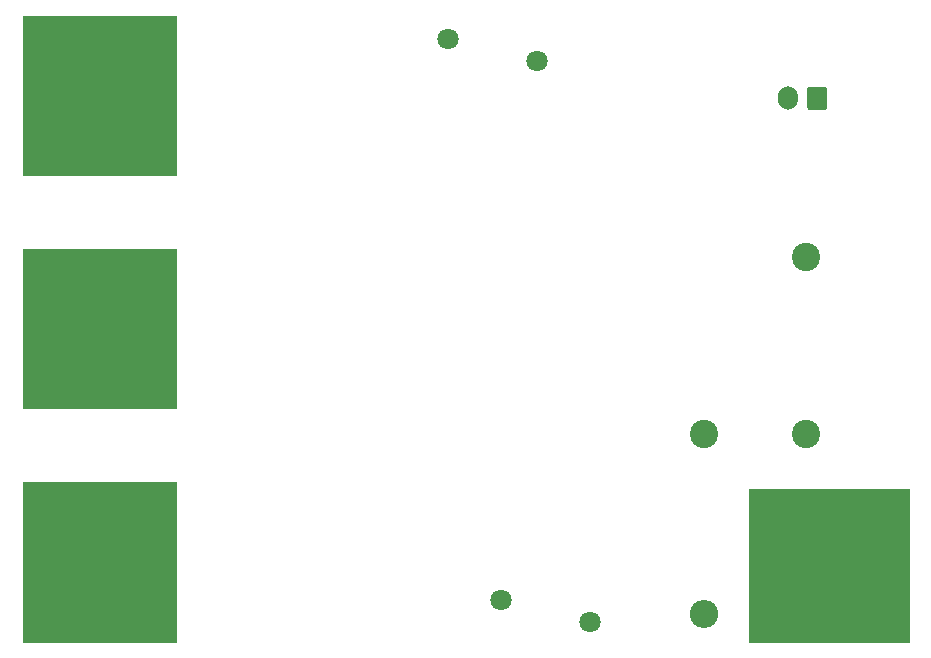
<source format=gbs>
%TF.GenerationSoftware,KiCad,Pcbnew,5.1.7-a382d34a8~87~ubuntu18.04.1*%
%TF.CreationDate,2021-12-24T14:38:43-05:00*%
%TF.ProjectId,Source_Balancer_SMD,536f7572-6365-45f4-9261-6c616e636572,rev?*%
%TF.SameCoordinates,Original*%
%TF.FileFunction,Soldermask,Bot*%
%TF.FilePolarity,Negative*%
%FSLAX46Y46*%
G04 Gerber Fmt 4.6, Leading zero omitted, Abs format (unit mm)*
G04 Created by KiCad (PCBNEW 5.1.7-a382d34a8~87~ubuntu18.04.1) date 2021-12-24 14:38:43*
%MOMM*%
%LPD*%
G01*
G04 APERTURE LIST*
%ADD10C,0.100000*%
%ADD11O,1.700000X2.000000*%
%ADD12C,1.800000*%
%ADD13O,2.400000X2.400000*%
%ADD14C,2.400000*%
%ADD15C,0.900000*%
%ADD16C,10.600000*%
G04 APERTURE END LIST*
D10*
G36*
X134000000Y-91500000D02*
G01*
X120500000Y-91500000D01*
X120500000Y-78550000D01*
X134000000Y-78550000D01*
X134000000Y-91500000D01*
G37*
X134000000Y-91500000D02*
X120500000Y-91500000D01*
X120500000Y-78550000D01*
X134000000Y-78550000D01*
X134000000Y-91500000D01*
G36*
X71950000Y-71750000D02*
G01*
X59000000Y-71750000D01*
X59000000Y-58250000D01*
X71950000Y-58250000D01*
X71950000Y-71750000D01*
G37*
X71950000Y-71750000D02*
X59000000Y-71750000D01*
X59000000Y-58250000D01*
X71950000Y-58250000D01*
X71950000Y-71750000D01*
G36*
X71950000Y-91500000D02*
G01*
X59000000Y-91500000D01*
X59000000Y-78000000D01*
X71950000Y-78000000D01*
X71950000Y-91500000D01*
G37*
X71950000Y-91500000D02*
X59000000Y-91500000D01*
X59000000Y-78000000D01*
X71950000Y-78000000D01*
X71950000Y-91500000D01*
G36*
X71950000Y-52000000D02*
G01*
X59000000Y-52000000D01*
X59000000Y-38500000D01*
X71950000Y-38500000D01*
X71950000Y-52000000D01*
G37*
X71950000Y-52000000D02*
X59000000Y-52000000D01*
X59000000Y-38500000D01*
X71950000Y-38500000D01*
X71950000Y-52000000D01*
D11*
%TO.C,J5*%
X123750000Y-45500000D03*
G36*
G01*
X127100000Y-44750000D02*
X127100000Y-46250000D01*
G75*
G02*
X126850000Y-46500000I-250000J0D01*
G01*
X125650000Y-46500000D01*
G75*
G02*
X125400000Y-46250000I0J250000D01*
G01*
X125400000Y-44750000D01*
G75*
G02*
X125650000Y-44500000I250000J0D01*
G01*
X126850000Y-44500000D01*
G75*
G02*
X127100000Y-44750000I0J-250000D01*
G01*
G37*
%TD*%
D12*
%TO.C,RV2*%
X107000000Y-89800000D03*
X99500000Y-88000000D03*
%TD*%
%TO.C,RV1*%
X102500000Y-42300000D03*
X95000000Y-40500000D03*
%TD*%
D13*
%TO.C,R6*%
X116700000Y-89150000D03*
D14*
X116700000Y-73910000D03*
%TD*%
D15*
%TO.C,J4*%
X67810749Y-62189251D03*
X65000000Y-61025000D03*
X62189251Y-62189251D03*
X61025000Y-65000000D03*
X62189251Y-67810749D03*
X65000000Y-68975000D03*
X67810749Y-67810749D03*
X68975000Y-65000000D03*
D16*
X65000000Y-65000000D03*
%TD*%
D15*
%TO.C,J3*%
X67810749Y-82189251D03*
X65000000Y-81025000D03*
X62189251Y-82189251D03*
X61025000Y-85000000D03*
X62189251Y-87810749D03*
X65000000Y-88975000D03*
X67810749Y-87810749D03*
X68975000Y-85000000D03*
D16*
X65000000Y-85000000D03*
%TD*%
D15*
%TO.C,J2*%
X67810749Y-42189251D03*
X65000000Y-41025000D03*
X62189251Y-42189251D03*
X61025000Y-45000000D03*
X62189251Y-47810749D03*
X65000000Y-48975000D03*
X67810749Y-47810749D03*
X68975000Y-45000000D03*
D16*
X65000000Y-45000000D03*
%TD*%
D15*
%TO.C,J1*%
X130810749Y-82689251D03*
X128000000Y-81525000D03*
X125189251Y-82689251D03*
X124025000Y-85500000D03*
X125189251Y-88310749D03*
X128000000Y-89475000D03*
X130810749Y-88310749D03*
X131975000Y-85500000D03*
D16*
X128000000Y-85500000D03*
%TD*%
D14*
%TO.C,C1*%
X125300000Y-58900000D03*
X125300000Y-73900000D03*
%TD*%
M02*

</source>
